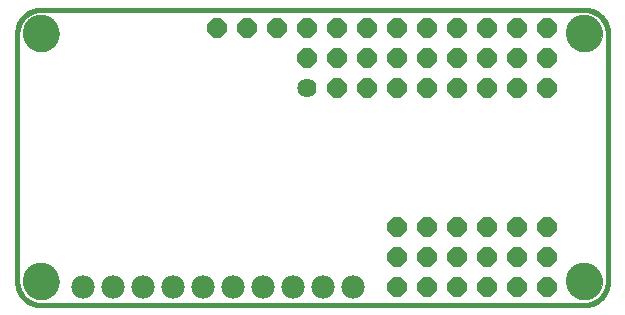
<source format=gbs>
G75*
%MOIN*%
%OFA0B0*%
%FSLAX25Y25*%
%IPPOS*%
%LPD*%
%AMOC8*
5,1,8,0,0,1.08239X$1,22.5*
%
%ADD10C,0.01600*%
%ADD11C,0.00000*%
%ADD12C,0.12211*%
%ADD13OC8,0.06400*%
%ADD14C,0.06400*%
%ADD15C,0.07800*%
D10*
X0017237Y0029063D02*
X0198339Y0029063D01*
X0198529Y0029065D01*
X0198719Y0029072D01*
X0198909Y0029084D01*
X0199099Y0029100D01*
X0199288Y0029120D01*
X0199477Y0029146D01*
X0199665Y0029175D01*
X0199852Y0029210D01*
X0200038Y0029249D01*
X0200223Y0029292D01*
X0200408Y0029340D01*
X0200591Y0029392D01*
X0200772Y0029448D01*
X0200952Y0029509D01*
X0201131Y0029575D01*
X0201308Y0029644D01*
X0201484Y0029718D01*
X0201657Y0029796D01*
X0201829Y0029879D01*
X0201998Y0029965D01*
X0202166Y0030055D01*
X0202331Y0030150D01*
X0202494Y0030248D01*
X0202654Y0030351D01*
X0202812Y0030457D01*
X0202967Y0030567D01*
X0203120Y0030680D01*
X0203270Y0030798D01*
X0203416Y0030919D01*
X0203560Y0031043D01*
X0203701Y0031171D01*
X0203839Y0031302D01*
X0203974Y0031437D01*
X0204105Y0031575D01*
X0204233Y0031716D01*
X0204357Y0031860D01*
X0204478Y0032006D01*
X0204596Y0032156D01*
X0204709Y0032309D01*
X0204819Y0032464D01*
X0204925Y0032622D01*
X0205028Y0032782D01*
X0205126Y0032945D01*
X0205221Y0033110D01*
X0205311Y0033278D01*
X0205397Y0033447D01*
X0205480Y0033619D01*
X0205558Y0033792D01*
X0205632Y0033968D01*
X0205701Y0034145D01*
X0205767Y0034324D01*
X0205828Y0034504D01*
X0205884Y0034685D01*
X0205936Y0034868D01*
X0205984Y0035053D01*
X0206027Y0035238D01*
X0206066Y0035424D01*
X0206101Y0035611D01*
X0206130Y0035799D01*
X0206156Y0035988D01*
X0206176Y0036177D01*
X0206192Y0036367D01*
X0206204Y0036557D01*
X0206211Y0036747D01*
X0206213Y0036937D01*
X0206213Y0119614D01*
X0206211Y0119804D01*
X0206204Y0119994D01*
X0206192Y0120184D01*
X0206176Y0120374D01*
X0206156Y0120563D01*
X0206130Y0120752D01*
X0206101Y0120940D01*
X0206066Y0121127D01*
X0206027Y0121313D01*
X0205984Y0121498D01*
X0205936Y0121683D01*
X0205884Y0121866D01*
X0205828Y0122047D01*
X0205767Y0122227D01*
X0205701Y0122406D01*
X0205632Y0122583D01*
X0205558Y0122759D01*
X0205480Y0122932D01*
X0205397Y0123104D01*
X0205311Y0123273D01*
X0205221Y0123441D01*
X0205126Y0123606D01*
X0205028Y0123769D01*
X0204925Y0123929D01*
X0204819Y0124087D01*
X0204709Y0124242D01*
X0204596Y0124395D01*
X0204478Y0124545D01*
X0204357Y0124691D01*
X0204233Y0124835D01*
X0204105Y0124976D01*
X0203974Y0125114D01*
X0203839Y0125249D01*
X0203701Y0125380D01*
X0203560Y0125508D01*
X0203416Y0125632D01*
X0203270Y0125753D01*
X0203120Y0125871D01*
X0202967Y0125984D01*
X0202812Y0126094D01*
X0202654Y0126200D01*
X0202494Y0126303D01*
X0202331Y0126401D01*
X0202166Y0126496D01*
X0201998Y0126586D01*
X0201829Y0126672D01*
X0201657Y0126755D01*
X0201484Y0126833D01*
X0201308Y0126907D01*
X0201131Y0126976D01*
X0200952Y0127042D01*
X0200772Y0127103D01*
X0200591Y0127159D01*
X0200408Y0127211D01*
X0200223Y0127259D01*
X0200038Y0127302D01*
X0199852Y0127341D01*
X0199665Y0127376D01*
X0199477Y0127405D01*
X0199288Y0127431D01*
X0199099Y0127451D01*
X0198909Y0127467D01*
X0198719Y0127479D01*
X0198529Y0127486D01*
X0198339Y0127488D01*
X0017237Y0127488D01*
X0017047Y0127486D01*
X0016857Y0127479D01*
X0016667Y0127467D01*
X0016477Y0127451D01*
X0016288Y0127431D01*
X0016099Y0127405D01*
X0015911Y0127376D01*
X0015724Y0127341D01*
X0015538Y0127302D01*
X0015353Y0127259D01*
X0015168Y0127211D01*
X0014985Y0127159D01*
X0014804Y0127103D01*
X0014624Y0127042D01*
X0014445Y0126976D01*
X0014268Y0126907D01*
X0014092Y0126833D01*
X0013919Y0126755D01*
X0013747Y0126672D01*
X0013578Y0126586D01*
X0013410Y0126496D01*
X0013245Y0126401D01*
X0013082Y0126303D01*
X0012922Y0126200D01*
X0012764Y0126094D01*
X0012609Y0125984D01*
X0012456Y0125871D01*
X0012306Y0125753D01*
X0012160Y0125632D01*
X0012016Y0125508D01*
X0011875Y0125380D01*
X0011737Y0125249D01*
X0011602Y0125114D01*
X0011471Y0124976D01*
X0011343Y0124835D01*
X0011219Y0124691D01*
X0011098Y0124545D01*
X0010980Y0124395D01*
X0010867Y0124242D01*
X0010757Y0124087D01*
X0010651Y0123929D01*
X0010548Y0123769D01*
X0010450Y0123606D01*
X0010355Y0123441D01*
X0010265Y0123273D01*
X0010179Y0123104D01*
X0010096Y0122932D01*
X0010018Y0122759D01*
X0009944Y0122583D01*
X0009875Y0122406D01*
X0009809Y0122227D01*
X0009748Y0122047D01*
X0009692Y0121866D01*
X0009640Y0121683D01*
X0009592Y0121498D01*
X0009549Y0121313D01*
X0009510Y0121127D01*
X0009475Y0120940D01*
X0009446Y0120752D01*
X0009420Y0120563D01*
X0009400Y0120374D01*
X0009384Y0120184D01*
X0009372Y0119994D01*
X0009365Y0119804D01*
X0009363Y0119614D01*
X0009363Y0036937D01*
X0009365Y0036747D01*
X0009372Y0036557D01*
X0009384Y0036367D01*
X0009400Y0036177D01*
X0009420Y0035988D01*
X0009446Y0035799D01*
X0009475Y0035611D01*
X0009510Y0035424D01*
X0009549Y0035238D01*
X0009592Y0035053D01*
X0009640Y0034868D01*
X0009692Y0034685D01*
X0009748Y0034504D01*
X0009809Y0034324D01*
X0009875Y0034145D01*
X0009944Y0033968D01*
X0010018Y0033792D01*
X0010096Y0033619D01*
X0010179Y0033447D01*
X0010265Y0033278D01*
X0010355Y0033110D01*
X0010450Y0032945D01*
X0010548Y0032782D01*
X0010651Y0032622D01*
X0010757Y0032464D01*
X0010867Y0032309D01*
X0010980Y0032156D01*
X0011098Y0032006D01*
X0011219Y0031860D01*
X0011343Y0031716D01*
X0011471Y0031575D01*
X0011602Y0031437D01*
X0011737Y0031302D01*
X0011875Y0031171D01*
X0012016Y0031043D01*
X0012160Y0030919D01*
X0012306Y0030798D01*
X0012456Y0030680D01*
X0012609Y0030567D01*
X0012764Y0030457D01*
X0012922Y0030351D01*
X0013082Y0030248D01*
X0013245Y0030150D01*
X0013410Y0030055D01*
X0013578Y0029965D01*
X0013747Y0029879D01*
X0013919Y0029796D01*
X0014092Y0029718D01*
X0014268Y0029644D01*
X0014445Y0029575D01*
X0014624Y0029509D01*
X0014804Y0029448D01*
X0014985Y0029392D01*
X0015168Y0029340D01*
X0015353Y0029292D01*
X0015538Y0029249D01*
X0015724Y0029210D01*
X0015911Y0029175D01*
X0016099Y0029146D01*
X0016288Y0029120D01*
X0016477Y0029100D01*
X0016667Y0029084D01*
X0016857Y0029072D01*
X0017047Y0029065D01*
X0017237Y0029063D01*
D11*
X0011331Y0036937D02*
X0011333Y0037090D01*
X0011339Y0037244D01*
X0011349Y0037397D01*
X0011363Y0037549D01*
X0011381Y0037702D01*
X0011403Y0037853D01*
X0011428Y0038004D01*
X0011458Y0038155D01*
X0011492Y0038305D01*
X0011529Y0038453D01*
X0011570Y0038601D01*
X0011615Y0038747D01*
X0011664Y0038893D01*
X0011717Y0039037D01*
X0011773Y0039179D01*
X0011833Y0039320D01*
X0011897Y0039460D01*
X0011964Y0039598D01*
X0012035Y0039734D01*
X0012110Y0039868D01*
X0012187Y0040000D01*
X0012269Y0040130D01*
X0012353Y0040258D01*
X0012441Y0040384D01*
X0012532Y0040507D01*
X0012626Y0040628D01*
X0012724Y0040746D01*
X0012824Y0040862D01*
X0012928Y0040975D01*
X0013034Y0041086D01*
X0013143Y0041194D01*
X0013255Y0041299D01*
X0013369Y0041400D01*
X0013487Y0041499D01*
X0013606Y0041595D01*
X0013728Y0041688D01*
X0013853Y0041777D01*
X0013980Y0041864D01*
X0014109Y0041946D01*
X0014240Y0042026D01*
X0014373Y0042102D01*
X0014508Y0042175D01*
X0014645Y0042244D01*
X0014784Y0042309D01*
X0014924Y0042371D01*
X0015066Y0042429D01*
X0015209Y0042484D01*
X0015354Y0042535D01*
X0015500Y0042582D01*
X0015647Y0042625D01*
X0015795Y0042664D01*
X0015944Y0042700D01*
X0016094Y0042731D01*
X0016245Y0042759D01*
X0016396Y0042783D01*
X0016549Y0042803D01*
X0016701Y0042819D01*
X0016854Y0042831D01*
X0017007Y0042839D01*
X0017160Y0042843D01*
X0017314Y0042843D01*
X0017467Y0042839D01*
X0017620Y0042831D01*
X0017773Y0042819D01*
X0017925Y0042803D01*
X0018078Y0042783D01*
X0018229Y0042759D01*
X0018380Y0042731D01*
X0018530Y0042700D01*
X0018679Y0042664D01*
X0018827Y0042625D01*
X0018974Y0042582D01*
X0019120Y0042535D01*
X0019265Y0042484D01*
X0019408Y0042429D01*
X0019550Y0042371D01*
X0019690Y0042309D01*
X0019829Y0042244D01*
X0019966Y0042175D01*
X0020101Y0042102D01*
X0020234Y0042026D01*
X0020365Y0041946D01*
X0020494Y0041864D01*
X0020621Y0041777D01*
X0020746Y0041688D01*
X0020868Y0041595D01*
X0020987Y0041499D01*
X0021105Y0041400D01*
X0021219Y0041299D01*
X0021331Y0041194D01*
X0021440Y0041086D01*
X0021546Y0040975D01*
X0021650Y0040862D01*
X0021750Y0040746D01*
X0021848Y0040628D01*
X0021942Y0040507D01*
X0022033Y0040384D01*
X0022121Y0040258D01*
X0022205Y0040130D01*
X0022287Y0040000D01*
X0022364Y0039868D01*
X0022439Y0039734D01*
X0022510Y0039598D01*
X0022577Y0039460D01*
X0022641Y0039320D01*
X0022701Y0039179D01*
X0022757Y0039037D01*
X0022810Y0038893D01*
X0022859Y0038747D01*
X0022904Y0038601D01*
X0022945Y0038453D01*
X0022982Y0038305D01*
X0023016Y0038155D01*
X0023046Y0038004D01*
X0023071Y0037853D01*
X0023093Y0037702D01*
X0023111Y0037549D01*
X0023125Y0037397D01*
X0023135Y0037244D01*
X0023141Y0037090D01*
X0023143Y0036937D01*
X0023141Y0036784D01*
X0023135Y0036630D01*
X0023125Y0036477D01*
X0023111Y0036325D01*
X0023093Y0036172D01*
X0023071Y0036021D01*
X0023046Y0035870D01*
X0023016Y0035719D01*
X0022982Y0035569D01*
X0022945Y0035421D01*
X0022904Y0035273D01*
X0022859Y0035127D01*
X0022810Y0034981D01*
X0022757Y0034837D01*
X0022701Y0034695D01*
X0022641Y0034554D01*
X0022577Y0034414D01*
X0022510Y0034276D01*
X0022439Y0034140D01*
X0022364Y0034006D01*
X0022287Y0033874D01*
X0022205Y0033744D01*
X0022121Y0033616D01*
X0022033Y0033490D01*
X0021942Y0033367D01*
X0021848Y0033246D01*
X0021750Y0033128D01*
X0021650Y0033012D01*
X0021546Y0032899D01*
X0021440Y0032788D01*
X0021331Y0032680D01*
X0021219Y0032575D01*
X0021105Y0032474D01*
X0020987Y0032375D01*
X0020868Y0032279D01*
X0020746Y0032186D01*
X0020621Y0032097D01*
X0020494Y0032010D01*
X0020365Y0031928D01*
X0020234Y0031848D01*
X0020101Y0031772D01*
X0019966Y0031699D01*
X0019829Y0031630D01*
X0019690Y0031565D01*
X0019550Y0031503D01*
X0019408Y0031445D01*
X0019265Y0031390D01*
X0019120Y0031339D01*
X0018974Y0031292D01*
X0018827Y0031249D01*
X0018679Y0031210D01*
X0018530Y0031174D01*
X0018380Y0031143D01*
X0018229Y0031115D01*
X0018078Y0031091D01*
X0017925Y0031071D01*
X0017773Y0031055D01*
X0017620Y0031043D01*
X0017467Y0031035D01*
X0017314Y0031031D01*
X0017160Y0031031D01*
X0017007Y0031035D01*
X0016854Y0031043D01*
X0016701Y0031055D01*
X0016549Y0031071D01*
X0016396Y0031091D01*
X0016245Y0031115D01*
X0016094Y0031143D01*
X0015944Y0031174D01*
X0015795Y0031210D01*
X0015647Y0031249D01*
X0015500Y0031292D01*
X0015354Y0031339D01*
X0015209Y0031390D01*
X0015066Y0031445D01*
X0014924Y0031503D01*
X0014784Y0031565D01*
X0014645Y0031630D01*
X0014508Y0031699D01*
X0014373Y0031772D01*
X0014240Y0031848D01*
X0014109Y0031928D01*
X0013980Y0032010D01*
X0013853Y0032097D01*
X0013728Y0032186D01*
X0013606Y0032279D01*
X0013487Y0032375D01*
X0013369Y0032474D01*
X0013255Y0032575D01*
X0013143Y0032680D01*
X0013034Y0032788D01*
X0012928Y0032899D01*
X0012824Y0033012D01*
X0012724Y0033128D01*
X0012626Y0033246D01*
X0012532Y0033367D01*
X0012441Y0033490D01*
X0012353Y0033616D01*
X0012269Y0033744D01*
X0012187Y0033874D01*
X0012110Y0034006D01*
X0012035Y0034140D01*
X0011964Y0034276D01*
X0011897Y0034414D01*
X0011833Y0034554D01*
X0011773Y0034695D01*
X0011717Y0034837D01*
X0011664Y0034981D01*
X0011615Y0035127D01*
X0011570Y0035273D01*
X0011529Y0035421D01*
X0011492Y0035569D01*
X0011458Y0035719D01*
X0011428Y0035870D01*
X0011403Y0036021D01*
X0011381Y0036172D01*
X0011363Y0036325D01*
X0011349Y0036477D01*
X0011339Y0036630D01*
X0011333Y0036784D01*
X0011331Y0036937D01*
X0011331Y0119614D02*
X0011333Y0119767D01*
X0011339Y0119921D01*
X0011349Y0120074D01*
X0011363Y0120226D01*
X0011381Y0120379D01*
X0011403Y0120530D01*
X0011428Y0120681D01*
X0011458Y0120832D01*
X0011492Y0120982D01*
X0011529Y0121130D01*
X0011570Y0121278D01*
X0011615Y0121424D01*
X0011664Y0121570D01*
X0011717Y0121714D01*
X0011773Y0121856D01*
X0011833Y0121997D01*
X0011897Y0122137D01*
X0011964Y0122275D01*
X0012035Y0122411D01*
X0012110Y0122545D01*
X0012187Y0122677D01*
X0012269Y0122807D01*
X0012353Y0122935D01*
X0012441Y0123061D01*
X0012532Y0123184D01*
X0012626Y0123305D01*
X0012724Y0123423D01*
X0012824Y0123539D01*
X0012928Y0123652D01*
X0013034Y0123763D01*
X0013143Y0123871D01*
X0013255Y0123976D01*
X0013369Y0124077D01*
X0013487Y0124176D01*
X0013606Y0124272D01*
X0013728Y0124365D01*
X0013853Y0124454D01*
X0013980Y0124541D01*
X0014109Y0124623D01*
X0014240Y0124703D01*
X0014373Y0124779D01*
X0014508Y0124852D01*
X0014645Y0124921D01*
X0014784Y0124986D01*
X0014924Y0125048D01*
X0015066Y0125106D01*
X0015209Y0125161D01*
X0015354Y0125212D01*
X0015500Y0125259D01*
X0015647Y0125302D01*
X0015795Y0125341D01*
X0015944Y0125377D01*
X0016094Y0125408D01*
X0016245Y0125436D01*
X0016396Y0125460D01*
X0016549Y0125480D01*
X0016701Y0125496D01*
X0016854Y0125508D01*
X0017007Y0125516D01*
X0017160Y0125520D01*
X0017314Y0125520D01*
X0017467Y0125516D01*
X0017620Y0125508D01*
X0017773Y0125496D01*
X0017925Y0125480D01*
X0018078Y0125460D01*
X0018229Y0125436D01*
X0018380Y0125408D01*
X0018530Y0125377D01*
X0018679Y0125341D01*
X0018827Y0125302D01*
X0018974Y0125259D01*
X0019120Y0125212D01*
X0019265Y0125161D01*
X0019408Y0125106D01*
X0019550Y0125048D01*
X0019690Y0124986D01*
X0019829Y0124921D01*
X0019966Y0124852D01*
X0020101Y0124779D01*
X0020234Y0124703D01*
X0020365Y0124623D01*
X0020494Y0124541D01*
X0020621Y0124454D01*
X0020746Y0124365D01*
X0020868Y0124272D01*
X0020987Y0124176D01*
X0021105Y0124077D01*
X0021219Y0123976D01*
X0021331Y0123871D01*
X0021440Y0123763D01*
X0021546Y0123652D01*
X0021650Y0123539D01*
X0021750Y0123423D01*
X0021848Y0123305D01*
X0021942Y0123184D01*
X0022033Y0123061D01*
X0022121Y0122935D01*
X0022205Y0122807D01*
X0022287Y0122677D01*
X0022364Y0122545D01*
X0022439Y0122411D01*
X0022510Y0122275D01*
X0022577Y0122137D01*
X0022641Y0121997D01*
X0022701Y0121856D01*
X0022757Y0121714D01*
X0022810Y0121570D01*
X0022859Y0121424D01*
X0022904Y0121278D01*
X0022945Y0121130D01*
X0022982Y0120982D01*
X0023016Y0120832D01*
X0023046Y0120681D01*
X0023071Y0120530D01*
X0023093Y0120379D01*
X0023111Y0120226D01*
X0023125Y0120074D01*
X0023135Y0119921D01*
X0023141Y0119767D01*
X0023143Y0119614D01*
X0023141Y0119461D01*
X0023135Y0119307D01*
X0023125Y0119154D01*
X0023111Y0119002D01*
X0023093Y0118849D01*
X0023071Y0118698D01*
X0023046Y0118547D01*
X0023016Y0118396D01*
X0022982Y0118246D01*
X0022945Y0118098D01*
X0022904Y0117950D01*
X0022859Y0117804D01*
X0022810Y0117658D01*
X0022757Y0117514D01*
X0022701Y0117372D01*
X0022641Y0117231D01*
X0022577Y0117091D01*
X0022510Y0116953D01*
X0022439Y0116817D01*
X0022364Y0116683D01*
X0022287Y0116551D01*
X0022205Y0116421D01*
X0022121Y0116293D01*
X0022033Y0116167D01*
X0021942Y0116044D01*
X0021848Y0115923D01*
X0021750Y0115805D01*
X0021650Y0115689D01*
X0021546Y0115576D01*
X0021440Y0115465D01*
X0021331Y0115357D01*
X0021219Y0115252D01*
X0021105Y0115151D01*
X0020987Y0115052D01*
X0020868Y0114956D01*
X0020746Y0114863D01*
X0020621Y0114774D01*
X0020494Y0114687D01*
X0020365Y0114605D01*
X0020234Y0114525D01*
X0020101Y0114449D01*
X0019966Y0114376D01*
X0019829Y0114307D01*
X0019690Y0114242D01*
X0019550Y0114180D01*
X0019408Y0114122D01*
X0019265Y0114067D01*
X0019120Y0114016D01*
X0018974Y0113969D01*
X0018827Y0113926D01*
X0018679Y0113887D01*
X0018530Y0113851D01*
X0018380Y0113820D01*
X0018229Y0113792D01*
X0018078Y0113768D01*
X0017925Y0113748D01*
X0017773Y0113732D01*
X0017620Y0113720D01*
X0017467Y0113712D01*
X0017314Y0113708D01*
X0017160Y0113708D01*
X0017007Y0113712D01*
X0016854Y0113720D01*
X0016701Y0113732D01*
X0016549Y0113748D01*
X0016396Y0113768D01*
X0016245Y0113792D01*
X0016094Y0113820D01*
X0015944Y0113851D01*
X0015795Y0113887D01*
X0015647Y0113926D01*
X0015500Y0113969D01*
X0015354Y0114016D01*
X0015209Y0114067D01*
X0015066Y0114122D01*
X0014924Y0114180D01*
X0014784Y0114242D01*
X0014645Y0114307D01*
X0014508Y0114376D01*
X0014373Y0114449D01*
X0014240Y0114525D01*
X0014109Y0114605D01*
X0013980Y0114687D01*
X0013853Y0114774D01*
X0013728Y0114863D01*
X0013606Y0114956D01*
X0013487Y0115052D01*
X0013369Y0115151D01*
X0013255Y0115252D01*
X0013143Y0115357D01*
X0013034Y0115465D01*
X0012928Y0115576D01*
X0012824Y0115689D01*
X0012724Y0115805D01*
X0012626Y0115923D01*
X0012532Y0116044D01*
X0012441Y0116167D01*
X0012353Y0116293D01*
X0012269Y0116421D01*
X0012187Y0116551D01*
X0012110Y0116683D01*
X0012035Y0116817D01*
X0011964Y0116953D01*
X0011897Y0117091D01*
X0011833Y0117231D01*
X0011773Y0117372D01*
X0011717Y0117514D01*
X0011664Y0117658D01*
X0011615Y0117804D01*
X0011570Y0117950D01*
X0011529Y0118098D01*
X0011492Y0118246D01*
X0011458Y0118396D01*
X0011428Y0118547D01*
X0011403Y0118698D01*
X0011381Y0118849D01*
X0011363Y0119002D01*
X0011349Y0119154D01*
X0011339Y0119307D01*
X0011333Y0119461D01*
X0011331Y0119614D01*
X0192433Y0119614D02*
X0192435Y0119767D01*
X0192441Y0119921D01*
X0192451Y0120074D01*
X0192465Y0120226D01*
X0192483Y0120379D01*
X0192505Y0120530D01*
X0192530Y0120681D01*
X0192560Y0120832D01*
X0192594Y0120982D01*
X0192631Y0121130D01*
X0192672Y0121278D01*
X0192717Y0121424D01*
X0192766Y0121570D01*
X0192819Y0121714D01*
X0192875Y0121856D01*
X0192935Y0121997D01*
X0192999Y0122137D01*
X0193066Y0122275D01*
X0193137Y0122411D01*
X0193212Y0122545D01*
X0193289Y0122677D01*
X0193371Y0122807D01*
X0193455Y0122935D01*
X0193543Y0123061D01*
X0193634Y0123184D01*
X0193728Y0123305D01*
X0193826Y0123423D01*
X0193926Y0123539D01*
X0194030Y0123652D01*
X0194136Y0123763D01*
X0194245Y0123871D01*
X0194357Y0123976D01*
X0194471Y0124077D01*
X0194589Y0124176D01*
X0194708Y0124272D01*
X0194830Y0124365D01*
X0194955Y0124454D01*
X0195082Y0124541D01*
X0195211Y0124623D01*
X0195342Y0124703D01*
X0195475Y0124779D01*
X0195610Y0124852D01*
X0195747Y0124921D01*
X0195886Y0124986D01*
X0196026Y0125048D01*
X0196168Y0125106D01*
X0196311Y0125161D01*
X0196456Y0125212D01*
X0196602Y0125259D01*
X0196749Y0125302D01*
X0196897Y0125341D01*
X0197046Y0125377D01*
X0197196Y0125408D01*
X0197347Y0125436D01*
X0197498Y0125460D01*
X0197651Y0125480D01*
X0197803Y0125496D01*
X0197956Y0125508D01*
X0198109Y0125516D01*
X0198262Y0125520D01*
X0198416Y0125520D01*
X0198569Y0125516D01*
X0198722Y0125508D01*
X0198875Y0125496D01*
X0199027Y0125480D01*
X0199180Y0125460D01*
X0199331Y0125436D01*
X0199482Y0125408D01*
X0199632Y0125377D01*
X0199781Y0125341D01*
X0199929Y0125302D01*
X0200076Y0125259D01*
X0200222Y0125212D01*
X0200367Y0125161D01*
X0200510Y0125106D01*
X0200652Y0125048D01*
X0200792Y0124986D01*
X0200931Y0124921D01*
X0201068Y0124852D01*
X0201203Y0124779D01*
X0201336Y0124703D01*
X0201467Y0124623D01*
X0201596Y0124541D01*
X0201723Y0124454D01*
X0201848Y0124365D01*
X0201970Y0124272D01*
X0202089Y0124176D01*
X0202207Y0124077D01*
X0202321Y0123976D01*
X0202433Y0123871D01*
X0202542Y0123763D01*
X0202648Y0123652D01*
X0202752Y0123539D01*
X0202852Y0123423D01*
X0202950Y0123305D01*
X0203044Y0123184D01*
X0203135Y0123061D01*
X0203223Y0122935D01*
X0203307Y0122807D01*
X0203389Y0122677D01*
X0203466Y0122545D01*
X0203541Y0122411D01*
X0203612Y0122275D01*
X0203679Y0122137D01*
X0203743Y0121997D01*
X0203803Y0121856D01*
X0203859Y0121714D01*
X0203912Y0121570D01*
X0203961Y0121424D01*
X0204006Y0121278D01*
X0204047Y0121130D01*
X0204084Y0120982D01*
X0204118Y0120832D01*
X0204148Y0120681D01*
X0204173Y0120530D01*
X0204195Y0120379D01*
X0204213Y0120226D01*
X0204227Y0120074D01*
X0204237Y0119921D01*
X0204243Y0119767D01*
X0204245Y0119614D01*
X0204243Y0119461D01*
X0204237Y0119307D01*
X0204227Y0119154D01*
X0204213Y0119002D01*
X0204195Y0118849D01*
X0204173Y0118698D01*
X0204148Y0118547D01*
X0204118Y0118396D01*
X0204084Y0118246D01*
X0204047Y0118098D01*
X0204006Y0117950D01*
X0203961Y0117804D01*
X0203912Y0117658D01*
X0203859Y0117514D01*
X0203803Y0117372D01*
X0203743Y0117231D01*
X0203679Y0117091D01*
X0203612Y0116953D01*
X0203541Y0116817D01*
X0203466Y0116683D01*
X0203389Y0116551D01*
X0203307Y0116421D01*
X0203223Y0116293D01*
X0203135Y0116167D01*
X0203044Y0116044D01*
X0202950Y0115923D01*
X0202852Y0115805D01*
X0202752Y0115689D01*
X0202648Y0115576D01*
X0202542Y0115465D01*
X0202433Y0115357D01*
X0202321Y0115252D01*
X0202207Y0115151D01*
X0202089Y0115052D01*
X0201970Y0114956D01*
X0201848Y0114863D01*
X0201723Y0114774D01*
X0201596Y0114687D01*
X0201467Y0114605D01*
X0201336Y0114525D01*
X0201203Y0114449D01*
X0201068Y0114376D01*
X0200931Y0114307D01*
X0200792Y0114242D01*
X0200652Y0114180D01*
X0200510Y0114122D01*
X0200367Y0114067D01*
X0200222Y0114016D01*
X0200076Y0113969D01*
X0199929Y0113926D01*
X0199781Y0113887D01*
X0199632Y0113851D01*
X0199482Y0113820D01*
X0199331Y0113792D01*
X0199180Y0113768D01*
X0199027Y0113748D01*
X0198875Y0113732D01*
X0198722Y0113720D01*
X0198569Y0113712D01*
X0198416Y0113708D01*
X0198262Y0113708D01*
X0198109Y0113712D01*
X0197956Y0113720D01*
X0197803Y0113732D01*
X0197651Y0113748D01*
X0197498Y0113768D01*
X0197347Y0113792D01*
X0197196Y0113820D01*
X0197046Y0113851D01*
X0196897Y0113887D01*
X0196749Y0113926D01*
X0196602Y0113969D01*
X0196456Y0114016D01*
X0196311Y0114067D01*
X0196168Y0114122D01*
X0196026Y0114180D01*
X0195886Y0114242D01*
X0195747Y0114307D01*
X0195610Y0114376D01*
X0195475Y0114449D01*
X0195342Y0114525D01*
X0195211Y0114605D01*
X0195082Y0114687D01*
X0194955Y0114774D01*
X0194830Y0114863D01*
X0194708Y0114956D01*
X0194589Y0115052D01*
X0194471Y0115151D01*
X0194357Y0115252D01*
X0194245Y0115357D01*
X0194136Y0115465D01*
X0194030Y0115576D01*
X0193926Y0115689D01*
X0193826Y0115805D01*
X0193728Y0115923D01*
X0193634Y0116044D01*
X0193543Y0116167D01*
X0193455Y0116293D01*
X0193371Y0116421D01*
X0193289Y0116551D01*
X0193212Y0116683D01*
X0193137Y0116817D01*
X0193066Y0116953D01*
X0192999Y0117091D01*
X0192935Y0117231D01*
X0192875Y0117372D01*
X0192819Y0117514D01*
X0192766Y0117658D01*
X0192717Y0117804D01*
X0192672Y0117950D01*
X0192631Y0118098D01*
X0192594Y0118246D01*
X0192560Y0118396D01*
X0192530Y0118547D01*
X0192505Y0118698D01*
X0192483Y0118849D01*
X0192465Y0119002D01*
X0192451Y0119154D01*
X0192441Y0119307D01*
X0192435Y0119461D01*
X0192433Y0119614D01*
X0192433Y0036937D02*
X0192435Y0037090D01*
X0192441Y0037244D01*
X0192451Y0037397D01*
X0192465Y0037549D01*
X0192483Y0037702D01*
X0192505Y0037853D01*
X0192530Y0038004D01*
X0192560Y0038155D01*
X0192594Y0038305D01*
X0192631Y0038453D01*
X0192672Y0038601D01*
X0192717Y0038747D01*
X0192766Y0038893D01*
X0192819Y0039037D01*
X0192875Y0039179D01*
X0192935Y0039320D01*
X0192999Y0039460D01*
X0193066Y0039598D01*
X0193137Y0039734D01*
X0193212Y0039868D01*
X0193289Y0040000D01*
X0193371Y0040130D01*
X0193455Y0040258D01*
X0193543Y0040384D01*
X0193634Y0040507D01*
X0193728Y0040628D01*
X0193826Y0040746D01*
X0193926Y0040862D01*
X0194030Y0040975D01*
X0194136Y0041086D01*
X0194245Y0041194D01*
X0194357Y0041299D01*
X0194471Y0041400D01*
X0194589Y0041499D01*
X0194708Y0041595D01*
X0194830Y0041688D01*
X0194955Y0041777D01*
X0195082Y0041864D01*
X0195211Y0041946D01*
X0195342Y0042026D01*
X0195475Y0042102D01*
X0195610Y0042175D01*
X0195747Y0042244D01*
X0195886Y0042309D01*
X0196026Y0042371D01*
X0196168Y0042429D01*
X0196311Y0042484D01*
X0196456Y0042535D01*
X0196602Y0042582D01*
X0196749Y0042625D01*
X0196897Y0042664D01*
X0197046Y0042700D01*
X0197196Y0042731D01*
X0197347Y0042759D01*
X0197498Y0042783D01*
X0197651Y0042803D01*
X0197803Y0042819D01*
X0197956Y0042831D01*
X0198109Y0042839D01*
X0198262Y0042843D01*
X0198416Y0042843D01*
X0198569Y0042839D01*
X0198722Y0042831D01*
X0198875Y0042819D01*
X0199027Y0042803D01*
X0199180Y0042783D01*
X0199331Y0042759D01*
X0199482Y0042731D01*
X0199632Y0042700D01*
X0199781Y0042664D01*
X0199929Y0042625D01*
X0200076Y0042582D01*
X0200222Y0042535D01*
X0200367Y0042484D01*
X0200510Y0042429D01*
X0200652Y0042371D01*
X0200792Y0042309D01*
X0200931Y0042244D01*
X0201068Y0042175D01*
X0201203Y0042102D01*
X0201336Y0042026D01*
X0201467Y0041946D01*
X0201596Y0041864D01*
X0201723Y0041777D01*
X0201848Y0041688D01*
X0201970Y0041595D01*
X0202089Y0041499D01*
X0202207Y0041400D01*
X0202321Y0041299D01*
X0202433Y0041194D01*
X0202542Y0041086D01*
X0202648Y0040975D01*
X0202752Y0040862D01*
X0202852Y0040746D01*
X0202950Y0040628D01*
X0203044Y0040507D01*
X0203135Y0040384D01*
X0203223Y0040258D01*
X0203307Y0040130D01*
X0203389Y0040000D01*
X0203466Y0039868D01*
X0203541Y0039734D01*
X0203612Y0039598D01*
X0203679Y0039460D01*
X0203743Y0039320D01*
X0203803Y0039179D01*
X0203859Y0039037D01*
X0203912Y0038893D01*
X0203961Y0038747D01*
X0204006Y0038601D01*
X0204047Y0038453D01*
X0204084Y0038305D01*
X0204118Y0038155D01*
X0204148Y0038004D01*
X0204173Y0037853D01*
X0204195Y0037702D01*
X0204213Y0037549D01*
X0204227Y0037397D01*
X0204237Y0037244D01*
X0204243Y0037090D01*
X0204245Y0036937D01*
X0204243Y0036784D01*
X0204237Y0036630D01*
X0204227Y0036477D01*
X0204213Y0036325D01*
X0204195Y0036172D01*
X0204173Y0036021D01*
X0204148Y0035870D01*
X0204118Y0035719D01*
X0204084Y0035569D01*
X0204047Y0035421D01*
X0204006Y0035273D01*
X0203961Y0035127D01*
X0203912Y0034981D01*
X0203859Y0034837D01*
X0203803Y0034695D01*
X0203743Y0034554D01*
X0203679Y0034414D01*
X0203612Y0034276D01*
X0203541Y0034140D01*
X0203466Y0034006D01*
X0203389Y0033874D01*
X0203307Y0033744D01*
X0203223Y0033616D01*
X0203135Y0033490D01*
X0203044Y0033367D01*
X0202950Y0033246D01*
X0202852Y0033128D01*
X0202752Y0033012D01*
X0202648Y0032899D01*
X0202542Y0032788D01*
X0202433Y0032680D01*
X0202321Y0032575D01*
X0202207Y0032474D01*
X0202089Y0032375D01*
X0201970Y0032279D01*
X0201848Y0032186D01*
X0201723Y0032097D01*
X0201596Y0032010D01*
X0201467Y0031928D01*
X0201336Y0031848D01*
X0201203Y0031772D01*
X0201068Y0031699D01*
X0200931Y0031630D01*
X0200792Y0031565D01*
X0200652Y0031503D01*
X0200510Y0031445D01*
X0200367Y0031390D01*
X0200222Y0031339D01*
X0200076Y0031292D01*
X0199929Y0031249D01*
X0199781Y0031210D01*
X0199632Y0031174D01*
X0199482Y0031143D01*
X0199331Y0031115D01*
X0199180Y0031091D01*
X0199027Y0031071D01*
X0198875Y0031055D01*
X0198722Y0031043D01*
X0198569Y0031035D01*
X0198416Y0031031D01*
X0198262Y0031031D01*
X0198109Y0031035D01*
X0197956Y0031043D01*
X0197803Y0031055D01*
X0197651Y0031071D01*
X0197498Y0031091D01*
X0197347Y0031115D01*
X0197196Y0031143D01*
X0197046Y0031174D01*
X0196897Y0031210D01*
X0196749Y0031249D01*
X0196602Y0031292D01*
X0196456Y0031339D01*
X0196311Y0031390D01*
X0196168Y0031445D01*
X0196026Y0031503D01*
X0195886Y0031565D01*
X0195747Y0031630D01*
X0195610Y0031699D01*
X0195475Y0031772D01*
X0195342Y0031848D01*
X0195211Y0031928D01*
X0195082Y0032010D01*
X0194955Y0032097D01*
X0194830Y0032186D01*
X0194708Y0032279D01*
X0194589Y0032375D01*
X0194471Y0032474D01*
X0194357Y0032575D01*
X0194245Y0032680D01*
X0194136Y0032788D01*
X0194030Y0032899D01*
X0193926Y0033012D01*
X0193826Y0033128D01*
X0193728Y0033246D01*
X0193634Y0033367D01*
X0193543Y0033490D01*
X0193455Y0033616D01*
X0193371Y0033744D01*
X0193289Y0033874D01*
X0193212Y0034006D01*
X0193137Y0034140D01*
X0193066Y0034276D01*
X0192999Y0034414D01*
X0192935Y0034554D01*
X0192875Y0034695D01*
X0192819Y0034837D01*
X0192766Y0034981D01*
X0192717Y0035127D01*
X0192672Y0035273D01*
X0192631Y0035421D01*
X0192594Y0035569D01*
X0192560Y0035719D01*
X0192530Y0035870D01*
X0192505Y0036021D01*
X0192483Y0036172D01*
X0192465Y0036325D01*
X0192451Y0036477D01*
X0192441Y0036630D01*
X0192435Y0036784D01*
X0192433Y0036937D01*
D12*
X0198339Y0036937D03*
X0198339Y0119614D03*
X0017237Y0119614D03*
X0017237Y0036937D03*
D13*
X0115938Y0101583D03*
X0125938Y0101583D03*
X0135938Y0101583D03*
X0145938Y0101583D03*
X0155938Y0101583D03*
X0165938Y0101583D03*
X0175938Y0101583D03*
X0185938Y0101583D03*
X0185938Y0111583D03*
X0175938Y0111583D03*
X0165938Y0111583D03*
X0155938Y0111583D03*
X0145938Y0111583D03*
X0135938Y0111583D03*
X0125938Y0111583D03*
X0115938Y0111583D03*
X0105938Y0111583D03*
X0105938Y0121583D03*
X0095938Y0121583D03*
X0085938Y0121583D03*
X0075938Y0121583D03*
X0115938Y0121583D03*
X0125938Y0121583D03*
X0135938Y0121583D03*
X0145938Y0121583D03*
X0155938Y0121583D03*
X0165938Y0121583D03*
X0175938Y0121583D03*
X0185938Y0121583D03*
X0185938Y0054969D03*
X0175938Y0054969D03*
X0165938Y0054969D03*
X0155938Y0054969D03*
X0145938Y0054969D03*
X0135938Y0054969D03*
X0135938Y0044969D03*
X0145938Y0044969D03*
X0155938Y0044969D03*
X0165938Y0044969D03*
X0175938Y0044969D03*
X0185938Y0044969D03*
X0185938Y0034969D03*
X0175938Y0034969D03*
X0165938Y0034969D03*
X0155938Y0034969D03*
X0145938Y0034969D03*
X0135938Y0034969D03*
D14*
X0105938Y0101583D03*
D15*
X0101300Y0034969D03*
X0091300Y0034969D03*
X0081300Y0034969D03*
X0071300Y0034969D03*
X0061300Y0034969D03*
X0051300Y0034969D03*
X0041300Y0034969D03*
X0031300Y0034969D03*
X0111300Y0034969D03*
X0121300Y0034969D03*
M02*

</source>
